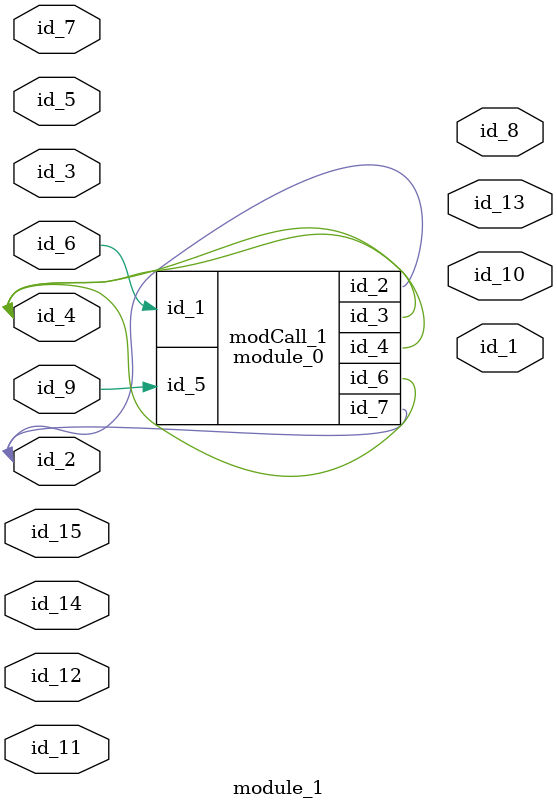
<source format=v>
module module_0 (
    id_1,
    id_2,
    id_3,
    id_4,
    id_5,
    id_6,
    id_7
);
  inout wire id_7;
  inout wire id_6;
  input wire id_5;
  output wire id_4;
  output wire id_3;
  output wire id_2;
  input wire id_1;
  always @(1 or 1) begin : LABEL_0
    id_2 = id_5;
  end
endmodule
module module_1 (
    id_1,
    id_2,
    id_3,
    id_4,
    id_5,
    id_6,
    id_7,
    id_8,
    id_9,
    id_10,
    id_11,
    id_12,
    id_13,
    id_14,
    id_15
);
  inout wire id_15;
  input wire id_14;
  output wire id_13;
  input wire id_12;
  inout wire id_11;
  output wire id_10;
  input wire id_9;
  output wire id_8;
  input wire id_7;
  input wire id_6;
  input wire id_5;
  inout wire id_4;
  input wire id_3;
  inout wire id_2;
  output wire id_1;
  module_0 modCall_1 (
      id_6,
      id_2,
      id_4,
      id_4,
      id_9,
      id_4,
      id_2
  );
endmodule

</source>
